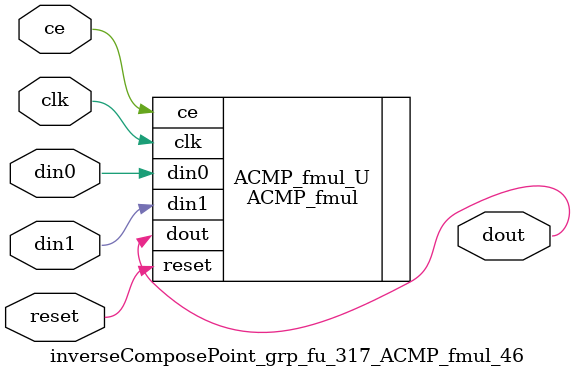
<source format=v>

`timescale 1 ns / 1 ps
module inverseComposePoint_grp_fu_317_ACMP_fmul_46(
    clk,
    reset,
    ce,
    din0,
    din1,
    dout);

parameter ID = 32'd1;
parameter NUM_STAGE = 32'd1;
parameter din0_WIDTH = 32'd1;
parameter din1_WIDTH = 32'd1;
parameter dout_WIDTH = 32'd1;
input clk;
input reset;
input ce;
input[din0_WIDTH - 1:0] din0;
input[din1_WIDTH - 1:0] din1;
output[dout_WIDTH - 1:0] dout;



ACMP_fmul #(
.ID( ID ),
.NUM_STAGE( 4 ),
.din0_WIDTH( din0_WIDTH ),
.din1_WIDTH( din1_WIDTH ),
.dout_WIDTH( dout_WIDTH ))
ACMP_fmul_U(
    .clk( clk ),
    .reset( reset ),
    .ce( ce ),
    .din0( din0 ),
    .din1( din1 ),
    .dout( dout ));

endmodule

</source>
